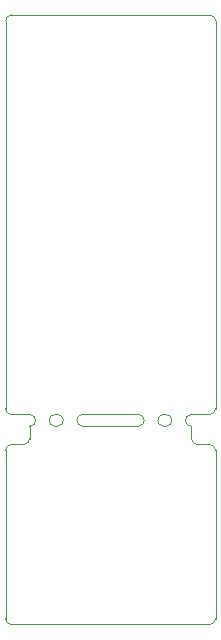
<source format=gbr>
%TF.GenerationSoftware,KiCad,Pcbnew,(5.1.6-0-10_14)*%
%TF.CreationDate,2022-02-25T15:24:37-06:00*%
%TF.ProjectId,Bonsai_C4,426f6e73-6169-45f4-9334-2e6b69636164,rev?*%
%TF.SameCoordinates,Original*%
%TF.FileFunction,Profile,NP*%
%FSLAX46Y46*%
G04 Gerber Fmt 4.6, Leading zero omitted, Abs format (unit mm)*
G04 Created by KiCad (PCBNEW (5.1.6-0-10_14)) date 2022-02-25 15:24:37*
%MOMM*%
%LPD*%
G01*
G04 APERTURE LIST*
%TA.AperFunction,Profile*%
%ADD10C,0.050000*%
%TD*%
G04 APERTURE END LIST*
D10*
X109970000Y-130210000D02*
G75*
G03*
X109970000Y-129210000I0J500000D01*
G01*
X99230000Y-95380000D02*
G75*
G03*
X98730000Y-95880000I0J-500000D01*
G01*
X116510000Y-95880000D02*
G75*
G03*
X116010000Y-95380000I-500000J0D01*
G01*
X116010000Y-95380000D02*
X99230000Y-95380000D01*
X112120000Y-130210000D02*
X112320000Y-130210000D01*
X112120000Y-129210000D02*
X112320000Y-129210000D01*
X109970000Y-129210000D02*
X105270000Y-129210000D01*
X105270000Y-130210000D02*
X109970000Y-130210000D01*
X102920000Y-130210000D02*
X103120000Y-130210000D01*
X102920000Y-129210000D02*
X103120000Y-129210000D01*
X112120000Y-129210000D02*
G75*
G03*
X112120000Y-130210000I0J-500000D01*
G01*
X112320000Y-130210000D02*
G75*
G03*
X112320000Y-129210000I0J500000D01*
G01*
X105270000Y-129210000D02*
G75*
G03*
X105270000Y-130210000I0J-500000D01*
G01*
X103120000Y-130210000D02*
G75*
G03*
X103120000Y-129210000I0J500000D01*
G01*
X102920000Y-129210000D02*
G75*
G03*
X102920000Y-130210000I0J-500000D01*
G01*
X116010000Y-146990000D02*
G75*
G03*
X116510000Y-146490000I0J500000D01*
G01*
X98730000Y-146490000D02*
G75*
G03*
X99230000Y-146990000I500000J0D01*
G01*
X98730000Y-132250000D02*
X98730000Y-146490000D01*
X100270000Y-131750000D02*
X99230000Y-131750000D01*
X100770000Y-130210000D02*
G75*
G03*
X100770000Y-129210000I0J500000D01*
G01*
X98730000Y-128710000D02*
G75*
G03*
X99230000Y-129210000I500000J0D01*
G01*
X100270000Y-131750000D02*
G75*
G03*
X100770000Y-131250000I0J500000D01*
G01*
X99230000Y-129210000D02*
X100770000Y-129210000D01*
X99230000Y-131750000D02*
G75*
G03*
X98730000Y-132250000I0J-500000D01*
G01*
X100770000Y-131250000D02*
X100770000Y-130210000D01*
X116510000Y-128710000D02*
G75*
G02*
X116010000Y-129210000I-500000J0D01*
G01*
X116010000Y-131750000D02*
G75*
G02*
X116510000Y-132250000I0J-500000D01*
G01*
X114470000Y-131250000D02*
X114470000Y-130210000D01*
X114970000Y-131750000D02*
G75*
G02*
X114470000Y-131250000I0J500000D01*
G01*
X114470000Y-130210000D02*
G75*
G02*
X114470000Y-129210000I0J500000D01*
G01*
X114970000Y-131750000D02*
X116010000Y-131750000D01*
X116510000Y-132250000D02*
X116510000Y-146490000D01*
X116010000Y-129210000D02*
X114470000Y-129210000D01*
X99230000Y-146990000D02*
X116010000Y-146990000D01*
X116510000Y-128710000D02*
X116510000Y-95880000D01*
X98730000Y-95880000D02*
X98730000Y-128710000D01*
M02*

</source>
